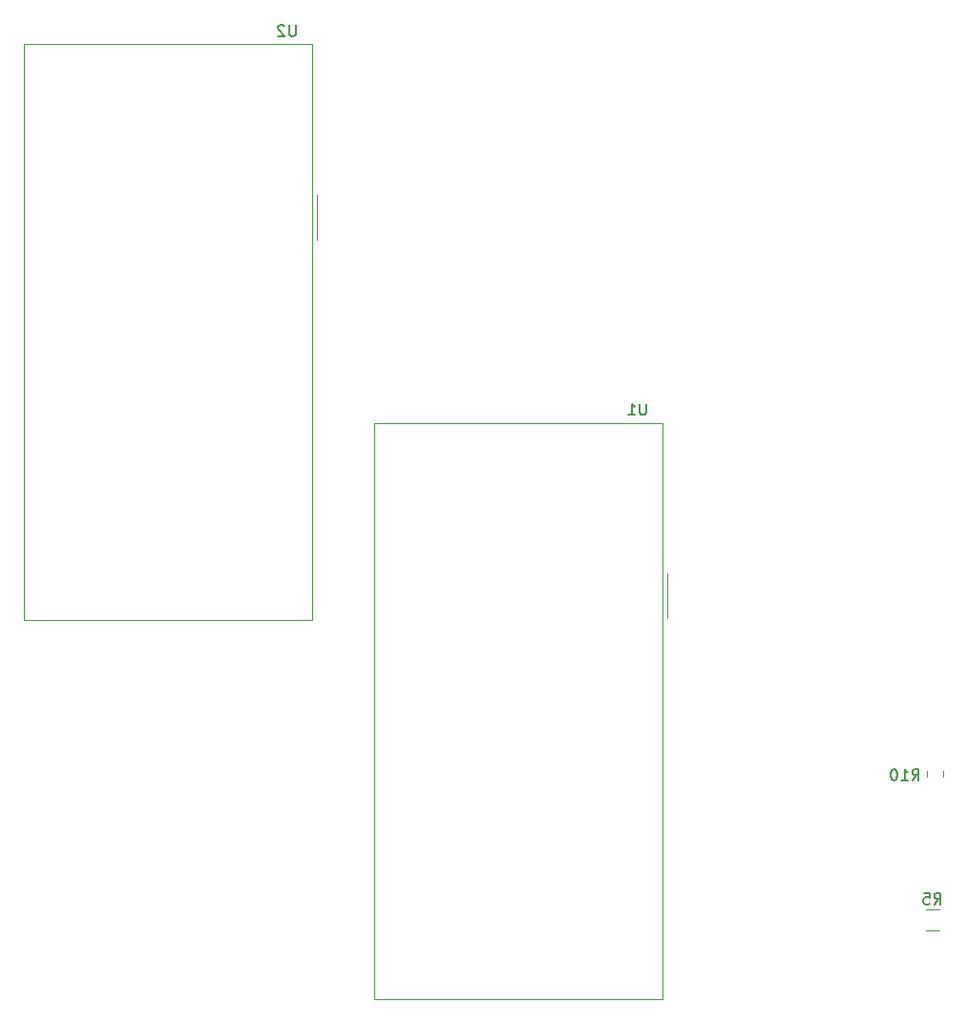
<source format=gbr>
G04 #@! TF.GenerationSoftware,KiCad,Pcbnew,(5.1.9)-1*
G04 #@! TF.CreationDate,2021-02-07T14:36:27+03:00*
G04 #@! TF.ProjectId,017_VIP_Elsiel,3031375f-5649-4505-9f45-6c7369656c2e,rev?*
G04 #@! TF.SameCoordinates,Original*
G04 #@! TF.FileFunction,Legend,Bot*
G04 #@! TF.FilePolarity,Positive*
%FSLAX46Y46*%
G04 Gerber Fmt 4.6, Leading zero omitted, Abs format (unit mm)*
G04 Created by KiCad (PCBNEW (5.1.9)-1) date 2021-02-07 14:36:27*
%MOMM*%
%LPD*%
G01*
G04 APERTURE LIST*
%ADD10C,0.120000*%
%ADD11C,0.150000*%
G04 APERTURE END LIST*
D10*
X168227064Y-144635000D02*
X167022936Y-144635000D01*
X168227064Y-142815000D02*
X167022936Y-142815000D01*
X168610000Y-130538748D02*
X168610000Y-131061252D01*
X167190000Y-130538748D02*
X167190000Y-131061252D01*
X144095000Y-113025000D02*
X144095000Y-117025000D01*
X143715000Y-99705000D02*
X118115000Y-99705000D01*
X118115000Y-99705000D02*
X118115000Y-150745000D01*
X118115000Y-150745000D02*
X143715000Y-150745000D01*
X143715000Y-150745000D02*
X143715000Y-99705000D01*
X112640000Y-117170000D02*
X112640000Y-66130000D01*
X87040000Y-117170000D02*
X112640000Y-117170000D01*
X87040000Y-66130000D02*
X87040000Y-117170000D01*
X112640000Y-66130000D02*
X87040000Y-66130000D01*
X113020000Y-79450000D02*
X113020000Y-83450000D01*
D11*
X167791666Y-142357380D02*
X168125000Y-141881190D01*
X168363095Y-142357380D02*
X168363095Y-141357380D01*
X167982142Y-141357380D01*
X167886904Y-141405000D01*
X167839285Y-141452619D01*
X167791666Y-141547857D01*
X167791666Y-141690714D01*
X167839285Y-141785952D01*
X167886904Y-141833571D01*
X167982142Y-141881190D01*
X168363095Y-141881190D01*
X166886904Y-141357380D02*
X167363095Y-141357380D01*
X167410714Y-141833571D01*
X167363095Y-141785952D01*
X167267857Y-141738333D01*
X167029761Y-141738333D01*
X166934523Y-141785952D01*
X166886904Y-141833571D01*
X166839285Y-141928809D01*
X166839285Y-142166904D01*
X166886904Y-142262142D01*
X166934523Y-142309761D01*
X167029761Y-142357380D01*
X167267857Y-142357380D01*
X167363095Y-142309761D01*
X167410714Y-142262142D01*
X165844457Y-131363980D02*
X166177790Y-130887790D01*
X166415885Y-131363980D02*
X166415885Y-130363980D01*
X166034933Y-130363980D01*
X165939695Y-130411600D01*
X165892076Y-130459219D01*
X165844457Y-130554457D01*
X165844457Y-130697314D01*
X165892076Y-130792552D01*
X165939695Y-130840171D01*
X166034933Y-130887790D01*
X166415885Y-130887790D01*
X164892076Y-131363980D02*
X165463504Y-131363980D01*
X165177790Y-131363980D02*
X165177790Y-130363980D01*
X165273028Y-130506838D01*
X165368266Y-130602076D01*
X165463504Y-130649695D01*
X164273028Y-130363980D02*
X164177790Y-130363980D01*
X164082552Y-130411600D01*
X164034933Y-130459219D01*
X163987314Y-130554457D01*
X163939695Y-130744933D01*
X163939695Y-130983028D01*
X163987314Y-131173504D01*
X164034933Y-131268742D01*
X164082552Y-131316361D01*
X164177790Y-131363980D01*
X164273028Y-131363980D01*
X164368266Y-131316361D01*
X164415885Y-131268742D01*
X164463504Y-131173504D01*
X164511123Y-130983028D01*
X164511123Y-130744933D01*
X164463504Y-130554457D01*
X164415885Y-130459219D01*
X164368266Y-130411600D01*
X164273028Y-130363980D01*
X142236904Y-97977380D02*
X142236904Y-98786904D01*
X142189285Y-98882142D01*
X142141666Y-98929761D01*
X142046428Y-98977380D01*
X141855952Y-98977380D01*
X141760714Y-98929761D01*
X141713095Y-98882142D01*
X141665476Y-98786904D01*
X141665476Y-97977380D01*
X140665476Y-98977380D02*
X141236904Y-98977380D01*
X140951190Y-98977380D02*
X140951190Y-97977380D01*
X141046428Y-98120238D01*
X141141666Y-98215476D01*
X141236904Y-98263095D01*
X111161904Y-64402380D02*
X111161904Y-65211904D01*
X111114285Y-65307142D01*
X111066666Y-65354761D01*
X110971428Y-65402380D01*
X110780952Y-65402380D01*
X110685714Y-65354761D01*
X110638095Y-65307142D01*
X110590476Y-65211904D01*
X110590476Y-64402380D01*
X110161904Y-64497619D02*
X110114285Y-64450000D01*
X110019047Y-64402380D01*
X109780952Y-64402380D01*
X109685714Y-64450000D01*
X109638095Y-64497619D01*
X109590476Y-64592857D01*
X109590476Y-64688095D01*
X109638095Y-64830952D01*
X110209523Y-65402380D01*
X109590476Y-65402380D01*
M02*

</source>
